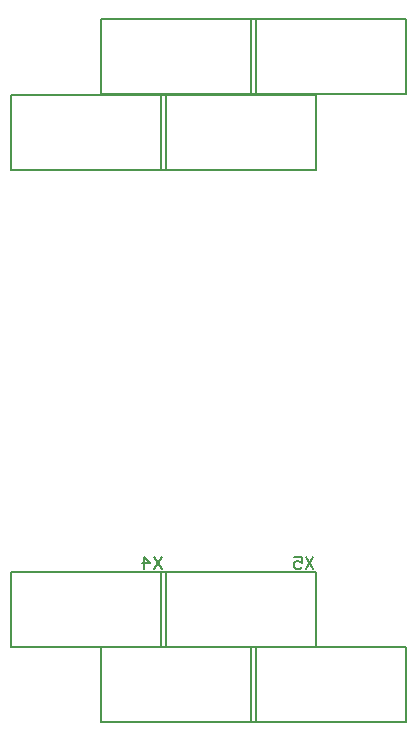
<source format=gbo>
G04 Layer_Color=32896*
%FSLAX42Y42*%
%MOMM*%
G71*
G01*
G75*
%ADD20C,0.20*%
D20*
X-779Y668D02*
Y1302D01*
X-2089D02*
X-779D01*
X-2089Y668D02*
Y1302D01*
Y668D02*
X-779D01*
X-2049D02*
Y1302D01*
X-3359D02*
X-2049D01*
X-3359Y668D02*
Y1302D01*
Y668D02*
X-2049D01*
X-1287Y5353D02*
Y5988D01*
X-2597D02*
X-1287D01*
X-2597Y5353D02*
Y5988D01*
Y5353D02*
X-1287D01*
X-17D02*
Y5988D01*
X-1327D02*
X-17D01*
X-1327Y5353D02*
Y5988D01*
Y5353D02*
X-17D01*
X-2049Y4705D02*
Y5340D01*
X-3359D02*
X-2049D01*
X-3359Y4705D02*
Y5340D01*
Y4705D02*
X-2049D01*
X-779D02*
Y5340D01*
X-2089D02*
X-779D01*
X-2089Y4705D02*
Y5340D01*
Y4705D02*
X-779D01*
X-1287Y33D02*
Y668D01*
X-2597D02*
X-1287D01*
X-2597Y33D02*
Y668D01*
Y33D02*
X-1287D01*
X-17D02*
Y668D01*
X-1327D02*
X-17D01*
X-1327Y33D02*
Y668D01*
Y33D02*
X-17D01*
X-2082Y1430D02*
X-2148Y1330D01*
Y1430D02*
X-2082Y1330D01*
X-2231D02*
Y1430D01*
X-2181Y1380D01*
X-2248D01*
X-799Y1432D02*
X-866Y1332D01*
Y1432D02*
X-799Y1332D01*
X-966Y1432D02*
X-899D01*
Y1382D01*
X-932Y1399D01*
X-949D01*
X-966Y1382D01*
Y1349D01*
X-949Y1332D01*
X-916D01*
X-899Y1349D01*
M02*

</source>
